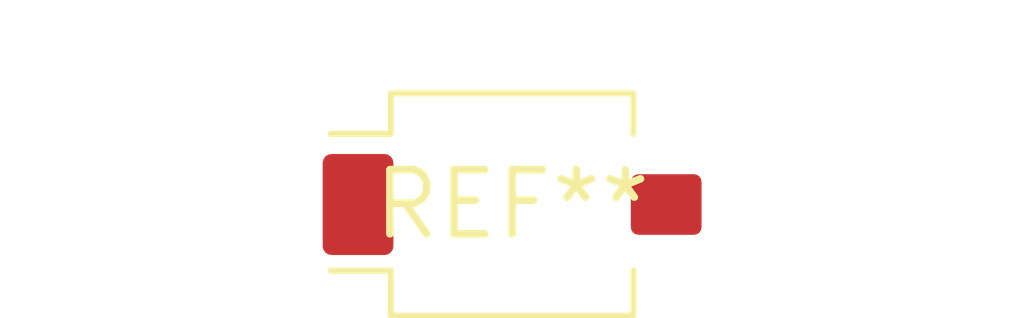
<source format=kicad_pcb>
(kicad_pcb (version 20240108) (generator pcbnew)
  (layers (0 "F.Cu" signal) (31 "B.Cu" signal) (34 "B.Paste" user) (35 "F.Paste" user) (36 "B.SilkS" user "B.Silkscreen") (37 "F.SilkS" user "F.Silkscreen") (38 "B.Mask" user) (39 "F.Mask" user) (44 "Edge.Cuts" user))
  (net 0 "")
  (footprint "Osram_BPW34S-SMD" (layer "F.Cu") (at 0 0)
    (property "Reference" "REF**")
    (property "Value" "Osram_BPW34S-SMD")
    (fp_line (start -3.59 1.31) (end -2.4 1.31) (layer "F.SilkS") (stroke (width 0.12)))
    (fp_line (start -2.41 -1.4) (end -3.59 -1.4) (layer "F.SilkS") (stroke (width 0.12)))
    (fp_line (start -2.4 -2.2) (end -2.4 -1.4) (layer "F.SilkS") (stroke (width 0.12)))
    (fp_line (start -2.4 1.31) (end -2.4 2.2) (layer "F.SilkS") (stroke (width 0.12)))
    (fp_line (start -2.4 2.2) (end 2.4 2.2) (layer "F.SilkS") (stroke (width 0.12)))
    (fp_line (start 2.4 -2.2) (end -2.4 -2.2) (layer "F.SilkS") (stroke (width 0.12)))
    (fp_line (start 2.4 -1.4) (end 2.4 -2.2) (layer "F.SilkS") (stroke (width 0.12)))
    (fp_line (start 2.4 2.2) (end 2.4 1.31) (layer "F.SilkS") (stroke (width 0.12)))
    (pad "1" smd roundrect (at -3.05 0 180) (size 1.4 2) (layers "F.Cu" "F.Mask") (roundrect_rratio 0.125))
    (pad "2" smd roundrect (at 3.05 0 180) (size 1.4 1.2) (layers "F.Cu" "F.Mask") (roundrect_rratio 0.125))
  )
)
</source>
